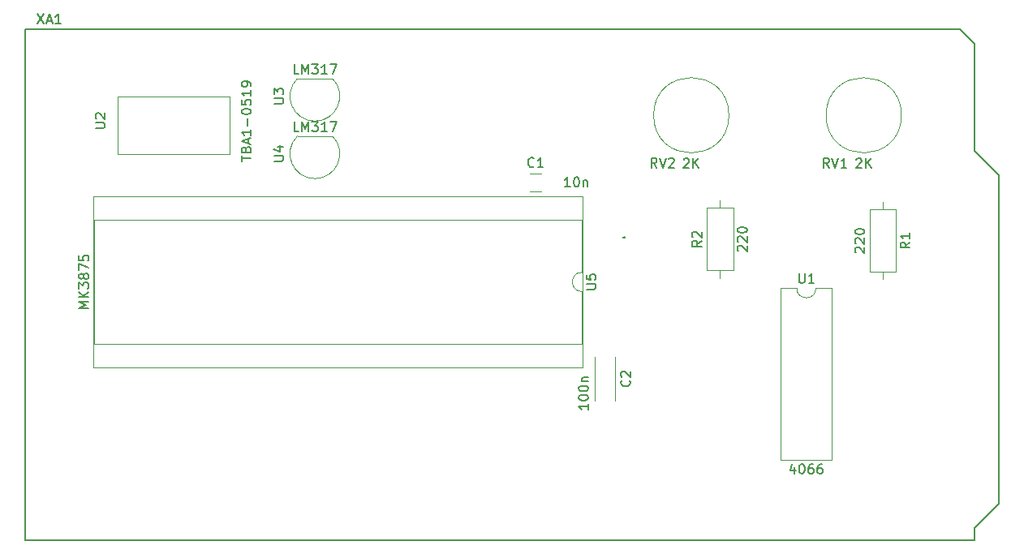
<source format=gbr>
%TF.GenerationSoftware,KiCad,Pcbnew,(6.0.8)*%
%TF.CreationDate,2022-10-05T16:47:09+02:00*%
%TF.ProjectId,MostekDumper,4d6f7374-656b-4447-956d-7065722e6b69,rev?*%
%TF.SameCoordinates,Original*%
%TF.FileFunction,Legend,Top*%
%TF.FilePolarity,Positive*%
%FSLAX46Y46*%
G04 Gerber Fmt 4.6, Leading zero omitted, Abs format (unit mm)*
G04 Created by KiCad (PCBNEW (6.0.8)) date 2022-10-05 16:47:09*
%MOMM*%
%LPD*%
G01*
G04 APERTURE LIST*
%ADD10C,0.150000*%
%ADD11C,0.120000*%
G04 APERTURE END LIST*
D10*
%TO.C,XA1*%
X91791904Y-48426380D02*
X92458571Y-49426380D01*
X92458571Y-48426380D02*
X91791904Y-49426380D01*
X92791904Y-49140666D02*
X93268095Y-49140666D01*
X92696666Y-49426380D02*
X93030000Y-48426380D01*
X93363333Y-49426380D01*
X94220476Y-49426380D02*
X93649047Y-49426380D01*
X93934761Y-49426380D02*
X93934761Y-48426380D01*
X93839523Y-48569238D01*
X93744285Y-48664476D01*
X93649047Y-48712095D01*
X152974000Y-71683142D02*
X153021619Y-71730761D01*
X152974000Y-71778380D01*
X152926380Y-71730761D01*
X152974000Y-71683142D01*
X152974000Y-71778380D01*
%TO.C,U5*%
X149042380Y-77141904D02*
X149851904Y-77141904D01*
X149947142Y-77094285D01*
X149994761Y-77046666D01*
X150042380Y-76951428D01*
X150042380Y-76760952D01*
X149994761Y-76665714D01*
X149947142Y-76618095D01*
X149851904Y-76570476D01*
X149042380Y-76570476D01*
X149042380Y-75618095D02*
X149042380Y-76094285D01*
X149518571Y-76141904D01*
X149470952Y-76094285D01*
X149423333Y-75999047D01*
X149423333Y-75760952D01*
X149470952Y-75665714D01*
X149518571Y-75618095D01*
X149613809Y-75570476D01*
X149851904Y-75570476D01*
X149947142Y-75618095D01*
X149994761Y-75665714D01*
X150042380Y-75760952D01*
X150042380Y-75999047D01*
X149994761Y-76094285D01*
X149947142Y-76141904D01*
X97122380Y-79118095D02*
X96122380Y-79118095D01*
X96836666Y-78784761D01*
X96122380Y-78451428D01*
X97122380Y-78451428D01*
X97122380Y-77975238D02*
X96122380Y-77975238D01*
X97122380Y-77403809D02*
X96550952Y-77832380D01*
X96122380Y-77403809D02*
X96693809Y-77975238D01*
X96122380Y-77070476D02*
X96122380Y-76451428D01*
X96503333Y-76784761D01*
X96503333Y-76641904D01*
X96550952Y-76546666D01*
X96598571Y-76499047D01*
X96693809Y-76451428D01*
X96931904Y-76451428D01*
X97027142Y-76499047D01*
X97074761Y-76546666D01*
X97122380Y-76641904D01*
X97122380Y-76927619D01*
X97074761Y-77022857D01*
X97027142Y-77070476D01*
X96550952Y-75880000D02*
X96503333Y-75975238D01*
X96455714Y-76022857D01*
X96360476Y-76070476D01*
X96312857Y-76070476D01*
X96217619Y-76022857D01*
X96170000Y-75975238D01*
X96122380Y-75880000D01*
X96122380Y-75689523D01*
X96170000Y-75594285D01*
X96217619Y-75546666D01*
X96312857Y-75499047D01*
X96360476Y-75499047D01*
X96455714Y-75546666D01*
X96503333Y-75594285D01*
X96550952Y-75689523D01*
X96550952Y-75880000D01*
X96598571Y-75975238D01*
X96646190Y-76022857D01*
X96741428Y-76070476D01*
X96931904Y-76070476D01*
X97027142Y-76022857D01*
X97074761Y-75975238D01*
X97122380Y-75880000D01*
X97122380Y-75689523D01*
X97074761Y-75594285D01*
X97027142Y-75546666D01*
X96931904Y-75499047D01*
X96741428Y-75499047D01*
X96646190Y-75546666D01*
X96598571Y-75594285D01*
X96550952Y-75689523D01*
X96122380Y-75165714D02*
X96122380Y-74499047D01*
X97122380Y-74927619D01*
X96122380Y-73641904D02*
X96122380Y-74118095D01*
X96598571Y-74165714D01*
X96550952Y-74118095D01*
X96503333Y-74022857D01*
X96503333Y-73784761D01*
X96550952Y-73689523D01*
X96598571Y-73641904D01*
X96693809Y-73594285D01*
X96931904Y-73594285D01*
X97027142Y-73641904D01*
X97074761Y-73689523D01*
X97122380Y-73784761D01*
X97122380Y-74022857D01*
X97074761Y-74118095D01*
X97027142Y-74165714D01*
%TO.C,U4*%
X116452380Y-63761904D02*
X117261904Y-63761904D01*
X117357142Y-63714285D01*
X117404761Y-63666666D01*
X117452380Y-63571428D01*
X117452380Y-63380952D01*
X117404761Y-63285714D01*
X117357142Y-63238095D01*
X117261904Y-63190476D01*
X116452380Y-63190476D01*
X116785714Y-62285714D02*
X117452380Y-62285714D01*
X116404761Y-62523809D02*
X117119047Y-62761904D01*
X117119047Y-62142857D01*
X119039523Y-60662380D02*
X118563333Y-60662380D01*
X118563333Y-59662380D01*
X119372857Y-60662380D02*
X119372857Y-59662380D01*
X119706190Y-60376666D01*
X120039523Y-59662380D01*
X120039523Y-60662380D01*
X120420476Y-59662380D02*
X121039523Y-59662380D01*
X120706190Y-60043333D01*
X120849047Y-60043333D01*
X120944285Y-60090952D01*
X120991904Y-60138571D01*
X121039523Y-60233809D01*
X121039523Y-60471904D01*
X120991904Y-60567142D01*
X120944285Y-60614761D01*
X120849047Y-60662380D01*
X120563333Y-60662380D01*
X120468095Y-60614761D01*
X120420476Y-60567142D01*
X121991904Y-60662380D02*
X121420476Y-60662380D01*
X121706190Y-60662380D02*
X121706190Y-59662380D01*
X121610952Y-59805238D01*
X121515714Y-59900476D01*
X121420476Y-59948095D01*
X122325238Y-59662380D02*
X122991904Y-59662380D01*
X122563333Y-60662380D01*
%TO.C,U3*%
X116452380Y-57761904D02*
X117261904Y-57761904D01*
X117357142Y-57714285D01*
X117404761Y-57666666D01*
X117452380Y-57571428D01*
X117452380Y-57380952D01*
X117404761Y-57285714D01*
X117357142Y-57238095D01*
X117261904Y-57190476D01*
X116452380Y-57190476D01*
X116452380Y-56809523D02*
X116452380Y-56190476D01*
X116833333Y-56523809D01*
X116833333Y-56380952D01*
X116880952Y-56285714D01*
X116928571Y-56238095D01*
X117023809Y-56190476D01*
X117261904Y-56190476D01*
X117357142Y-56238095D01*
X117404761Y-56285714D01*
X117452380Y-56380952D01*
X117452380Y-56666666D01*
X117404761Y-56761904D01*
X117357142Y-56809523D01*
X119039523Y-54662380D02*
X118563333Y-54662380D01*
X118563333Y-53662380D01*
X119372857Y-54662380D02*
X119372857Y-53662380D01*
X119706190Y-54376666D01*
X120039523Y-53662380D01*
X120039523Y-54662380D01*
X120420476Y-53662380D02*
X121039523Y-53662380D01*
X120706190Y-54043333D01*
X120849047Y-54043333D01*
X120944285Y-54090952D01*
X120991904Y-54138571D01*
X121039523Y-54233809D01*
X121039523Y-54471904D01*
X120991904Y-54567142D01*
X120944285Y-54614761D01*
X120849047Y-54662380D01*
X120563333Y-54662380D01*
X120468095Y-54614761D01*
X120420476Y-54567142D01*
X121991904Y-54662380D02*
X121420476Y-54662380D01*
X121706190Y-54662380D02*
X121706190Y-53662380D01*
X121610952Y-53805238D01*
X121515714Y-53900476D01*
X121420476Y-53948095D01*
X122325238Y-53662380D02*
X122991904Y-53662380D01*
X122563333Y-54662380D01*
%TO.C,U2*%
X97832380Y-60321904D02*
X98641904Y-60321904D01*
X98737142Y-60274285D01*
X98784761Y-60226666D01*
X98832380Y-60131428D01*
X98832380Y-59940952D01*
X98784761Y-59845714D01*
X98737142Y-59798095D01*
X98641904Y-59750476D01*
X97832380Y-59750476D01*
X97927619Y-59321904D02*
X97880000Y-59274285D01*
X97832380Y-59179047D01*
X97832380Y-58940952D01*
X97880000Y-58845714D01*
X97927619Y-58798095D01*
X98022857Y-58750476D01*
X98118095Y-58750476D01*
X98260952Y-58798095D01*
X98832380Y-59369523D01*
X98832380Y-58750476D01*
X113072380Y-63774285D02*
X113072380Y-63202857D01*
X114072380Y-63488571D02*
X113072380Y-63488571D01*
X113548571Y-62536190D02*
X113596190Y-62393333D01*
X113643809Y-62345714D01*
X113739047Y-62298095D01*
X113881904Y-62298095D01*
X113977142Y-62345714D01*
X114024761Y-62393333D01*
X114072380Y-62488571D01*
X114072380Y-62869523D01*
X113072380Y-62869523D01*
X113072380Y-62536190D01*
X113120000Y-62440952D01*
X113167619Y-62393333D01*
X113262857Y-62345714D01*
X113358095Y-62345714D01*
X113453333Y-62393333D01*
X113500952Y-62440952D01*
X113548571Y-62536190D01*
X113548571Y-62869523D01*
X113786666Y-61917142D02*
X113786666Y-61440952D01*
X114072380Y-62012380D02*
X113072380Y-61679047D01*
X114072380Y-61345714D01*
X114072380Y-60488571D02*
X114072380Y-61060000D01*
X114072380Y-60774285D02*
X113072380Y-60774285D01*
X113215238Y-60869523D01*
X113310476Y-60964761D01*
X113358095Y-61060000D01*
X113691428Y-60060000D02*
X113691428Y-59298095D01*
X113072380Y-58631428D02*
X113072380Y-58536190D01*
X113120000Y-58440952D01*
X113167619Y-58393333D01*
X113262857Y-58345714D01*
X113453333Y-58298095D01*
X113691428Y-58298095D01*
X113881904Y-58345714D01*
X113977142Y-58393333D01*
X114024761Y-58440952D01*
X114072380Y-58536190D01*
X114072380Y-58631428D01*
X114024761Y-58726666D01*
X113977142Y-58774285D01*
X113881904Y-58821904D01*
X113691428Y-58869523D01*
X113453333Y-58869523D01*
X113262857Y-58821904D01*
X113167619Y-58774285D01*
X113120000Y-58726666D01*
X113072380Y-58631428D01*
X113072380Y-57393333D02*
X113072380Y-57869523D01*
X113548571Y-57917142D01*
X113500952Y-57869523D01*
X113453333Y-57774285D01*
X113453333Y-57536190D01*
X113500952Y-57440952D01*
X113548571Y-57393333D01*
X113643809Y-57345714D01*
X113881904Y-57345714D01*
X113977142Y-57393333D01*
X114024761Y-57440952D01*
X114072380Y-57536190D01*
X114072380Y-57774285D01*
X114024761Y-57869523D01*
X113977142Y-57917142D01*
X114072380Y-56393333D02*
X114072380Y-56964761D01*
X114072380Y-56679047D02*
X113072380Y-56679047D01*
X113215238Y-56774285D01*
X113310476Y-56869523D01*
X113358095Y-56964761D01*
X114072380Y-55917142D02*
X114072380Y-55726666D01*
X114024761Y-55631428D01*
X113977142Y-55583809D01*
X113834285Y-55488571D01*
X113643809Y-55440952D01*
X113262857Y-55440952D01*
X113167619Y-55488571D01*
X113120000Y-55536190D01*
X113072380Y-55631428D01*
X113072380Y-55821904D01*
X113120000Y-55917142D01*
X113167619Y-55964761D01*
X113262857Y-56012380D01*
X113500952Y-56012380D01*
X113596190Y-55964761D01*
X113643809Y-55917142D01*
X113691428Y-55821904D01*
X113691428Y-55631428D01*
X113643809Y-55536190D01*
X113596190Y-55488571D01*
X113500952Y-55440952D01*
%TO.C,U1*%
X171248095Y-75497380D02*
X171248095Y-76306904D01*
X171295714Y-76402142D01*
X171343333Y-76449761D01*
X171438571Y-76497380D01*
X171629047Y-76497380D01*
X171724285Y-76449761D01*
X171771904Y-76402142D01*
X171819523Y-76306904D01*
X171819523Y-75497380D01*
X172819523Y-76497380D02*
X172248095Y-76497380D01*
X172533809Y-76497380D02*
X172533809Y-75497380D01*
X172438571Y-75640238D01*
X172343333Y-75735476D01*
X172248095Y-75783095D01*
X170771904Y-95730714D02*
X170771904Y-96397380D01*
X170533809Y-95349761D02*
X170295714Y-96064047D01*
X170914761Y-96064047D01*
X171486190Y-95397380D02*
X171581428Y-95397380D01*
X171676666Y-95445000D01*
X171724285Y-95492619D01*
X171771904Y-95587857D01*
X171819523Y-95778333D01*
X171819523Y-96016428D01*
X171771904Y-96206904D01*
X171724285Y-96302142D01*
X171676666Y-96349761D01*
X171581428Y-96397380D01*
X171486190Y-96397380D01*
X171390952Y-96349761D01*
X171343333Y-96302142D01*
X171295714Y-96206904D01*
X171248095Y-96016428D01*
X171248095Y-95778333D01*
X171295714Y-95587857D01*
X171343333Y-95492619D01*
X171390952Y-95445000D01*
X171486190Y-95397380D01*
X172676666Y-95397380D02*
X172486190Y-95397380D01*
X172390952Y-95445000D01*
X172343333Y-95492619D01*
X172248095Y-95635476D01*
X172200476Y-95825952D01*
X172200476Y-96206904D01*
X172248095Y-96302142D01*
X172295714Y-96349761D01*
X172390952Y-96397380D01*
X172581428Y-96397380D01*
X172676666Y-96349761D01*
X172724285Y-96302142D01*
X172771904Y-96206904D01*
X172771904Y-95968809D01*
X172724285Y-95873571D01*
X172676666Y-95825952D01*
X172581428Y-95778333D01*
X172390952Y-95778333D01*
X172295714Y-95825952D01*
X172248095Y-95873571D01*
X172200476Y-95968809D01*
X173629047Y-95397380D02*
X173438571Y-95397380D01*
X173343333Y-95445000D01*
X173295714Y-95492619D01*
X173200476Y-95635476D01*
X173152857Y-95825952D01*
X173152857Y-96206904D01*
X173200476Y-96302142D01*
X173248095Y-96349761D01*
X173343333Y-96397380D01*
X173533809Y-96397380D01*
X173629047Y-96349761D01*
X173676666Y-96302142D01*
X173724285Y-96206904D01*
X173724285Y-95968809D01*
X173676666Y-95873571D01*
X173629047Y-95825952D01*
X173533809Y-95778333D01*
X173343333Y-95778333D01*
X173248095Y-95825952D01*
X173200476Y-95873571D01*
X173152857Y-95968809D01*
%TO.C,RV2*%
X156404761Y-64452380D02*
X156071428Y-63976190D01*
X155833333Y-64452380D02*
X155833333Y-63452380D01*
X156214285Y-63452380D01*
X156309523Y-63500000D01*
X156357142Y-63547619D01*
X156404761Y-63642857D01*
X156404761Y-63785714D01*
X156357142Y-63880952D01*
X156309523Y-63928571D01*
X156214285Y-63976190D01*
X155833333Y-63976190D01*
X156690476Y-63452380D02*
X157023809Y-64452380D01*
X157357142Y-63452380D01*
X157642857Y-63547619D02*
X157690476Y-63500000D01*
X157785714Y-63452380D01*
X158023809Y-63452380D01*
X158119047Y-63500000D01*
X158166666Y-63547619D01*
X158214285Y-63642857D01*
X158214285Y-63738095D01*
X158166666Y-63880952D01*
X157595238Y-64452380D01*
X158214285Y-64452380D01*
X159214285Y-63592619D02*
X159261904Y-63545000D01*
X159357142Y-63497380D01*
X159595238Y-63497380D01*
X159690476Y-63545000D01*
X159738095Y-63592619D01*
X159785714Y-63687857D01*
X159785714Y-63783095D01*
X159738095Y-63925952D01*
X159166666Y-64497380D01*
X159785714Y-64497380D01*
X160214285Y-64497380D02*
X160214285Y-63497380D01*
X160785714Y-64497380D02*
X160357142Y-63925952D01*
X160785714Y-63497380D02*
X160214285Y-64068809D01*
%TO.C,RV1*%
X174404761Y-64452380D02*
X174071428Y-63976190D01*
X173833333Y-64452380D02*
X173833333Y-63452380D01*
X174214285Y-63452380D01*
X174309523Y-63500000D01*
X174357142Y-63547619D01*
X174404761Y-63642857D01*
X174404761Y-63785714D01*
X174357142Y-63880952D01*
X174309523Y-63928571D01*
X174214285Y-63976190D01*
X173833333Y-63976190D01*
X174690476Y-63452380D02*
X175023809Y-64452380D01*
X175357142Y-63452380D01*
X176214285Y-64452380D02*
X175642857Y-64452380D01*
X175928571Y-64452380D02*
X175928571Y-63452380D01*
X175833333Y-63595238D01*
X175738095Y-63690476D01*
X175642857Y-63738095D01*
X177214285Y-63592619D02*
X177261904Y-63545000D01*
X177357142Y-63497380D01*
X177595238Y-63497380D01*
X177690476Y-63545000D01*
X177738095Y-63592619D01*
X177785714Y-63687857D01*
X177785714Y-63783095D01*
X177738095Y-63925952D01*
X177166666Y-64497380D01*
X177785714Y-64497380D01*
X178214285Y-64497380D02*
X178214285Y-63497380D01*
X178785714Y-64497380D02*
X178357142Y-63925952D01*
X178785714Y-63497380D02*
X178214285Y-64068809D01*
%TO.C,R2*%
X161082380Y-72086666D02*
X160606190Y-72420000D01*
X161082380Y-72658095D02*
X160082380Y-72658095D01*
X160082380Y-72277142D01*
X160130000Y-72181904D01*
X160177619Y-72134285D01*
X160272857Y-72086666D01*
X160415714Y-72086666D01*
X160510952Y-72134285D01*
X160558571Y-72181904D01*
X160606190Y-72277142D01*
X160606190Y-72658095D01*
X160177619Y-71705714D02*
X160130000Y-71658095D01*
X160082380Y-71562857D01*
X160082380Y-71324761D01*
X160130000Y-71229523D01*
X160177619Y-71181904D01*
X160272857Y-71134285D01*
X160368095Y-71134285D01*
X160510952Y-71181904D01*
X161082380Y-71753333D01*
X161082380Y-71134285D01*
X164917619Y-73158095D02*
X164870000Y-73110476D01*
X164822380Y-73015238D01*
X164822380Y-72777142D01*
X164870000Y-72681904D01*
X164917619Y-72634285D01*
X165012857Y-72586666D01*
X165108095Y-72586666D01*
X165250952Y-72634285D01*
X165822380Y-73205714D01*
X165822380Y-72586666D01*
X164917619Y-72205714D02*
X164870000Y-72158095D01*
X164822380Y-72062857D01*
X164822380Y-71824761D01*
X164870000Y-71729523D01*
X164917619Y-71681904D01*
X165012857Y-71634285D01*
X165108095Y-71634285D01*
X165250952Y-71681904D01*
X165822380Y-72253333D01*
X165822380Y-71634285D01*
X164822380Y-71015238D02*
X164822380Y-70920000D01*
X164870000Y-70824761D01*
X164917619Y-70777142D01*
X165012857Y-70729523D01*
X165203333Y-70681904D01*
X165441428Y-70681904D01*
X165631904Y-70729523D01*
X165727142Y-70777142D01*
X165774761Y-70824761D01*
X165822380Y-70920000D01*
X165822380Y-71015238D01*
X165774761Y-71110476D01*
X165727142Y-71158095D01*
X165631904Y-71205714D01*
X165441428Y-71253333D01*
X165203333Y-71253333D01*
X165012857Y-71205714D01*
X164917619Y-71158095D01*
X164870000Y-71110476D01*
X164822380Y-71015238D01*
%TO.C,R1*%
X182822380Y-72246666D02*
X182346190Y-72580000D01*
X182822380Y-72818095D02*
X181822380Y-72818095D01*
X181822380Y-72437142D01*
X181870000Y-72341904D01*
X181917619Y-72294285D01*
X182012857Y-72246666D01*
X182155714Y-72246666D01*
X182250952Y-72294285D01*
X182298571Y-72341904D01*
X182346190Y-72437142D01*
X182346190Y-72818095D01*
X182822380Y-71294285D02*
X182822380Y-71865714D01*
X182822380Y-71580000D02*
X181822380Y-71580000D01*
X181965238Y-71675238D01*
X182060476Y-71770476D01*
X182108095Y-71865714D01*
X177177619Y-73318095D02*
X177130000Y-73270476D01*
X177082380Y-73175238D01*
X177082380Y-72937142D01*
X177130000Y-72841904D01*
X177177619Y-72794285D01*
X177272857Y-72746666D01*
X177368095Y-72746666D01*
X177510952Y-72794285D01*
X178082380Y-73365714D01*
X178082380Y-72746666D01*
X177177619Y-72365714D02*
X177130000Y-72318095D01*
X177082380Y-72222857D01*
X177082380Y-71984761D01*
X177130000Y-71889523D01*
X177177619Y-71841904D01*
X177272857Y-71794285D01*
X177368095Y-71794285D01*
X177510952Y-71841904D01*
X178082380Y-72413333D01*
X178082380Y-71794285D01*
X177082380Y-71175238D02*
X177082380Y-71080000D01*
X177130000Y-70984761D01*
X177177619Y-70937142D01*
X177272857Y-70889523D01*
X177463333Y-70841904D01*
X177701428Y-70841904D01*
X177891904Y-70889523D01*
X177987142Y-70937142D01*
X178034761Y-70984761D01*
X178082380Y-71080000D01*
X178082380Y-71175238D01*
X178034761Y-71270476D01*
X177987142Y-71318095D01*
X177891904Y-71365714D01*
X177701428Y-71413333D01*
X177463333Y-71413333D01*
X177272857Y-71365714D01*
X177177619Y-71318095D01*
X177130000Y-71270476D01*
X177082380Y-71175238D01*
%TO.C,C2*%
X153557142Y-86666666D02*
X153604761Y-86714285D01*
X153652380Y-86857142D01*
X153652380Y-86952380D01*
X153604761Y-87095238D01*
X153509523Y-87190476D01*
X153414285Y-87238095D01*
X153223809Y-87285714D01*
X153080952Y-87285714D01*
X152890476Y-87238095D01*
X152795238Y-87190476D01*
X152700000Y-87095238D01*
X152652380Y-86952380D01*
X152652380Y-86857142D01*
X152700000Y-86714285D01*
X152747619Y-86666666D01*
X152747619Y-86285714D02*
X152700000Y-86238095D01*
X152652380Y-86142857D01*
X152652380Y-85904761D01*
X152700000Y-85809523D01*
X152747619Y-85761904D01*
X152842857Y-85714285D01*
X152938095Y-85714285D01*
X153080952Y-85761904D01*
X153652380Y-86333333D01*
X153652380Y-85714285D01*
X149252380Y-89119047D02*
X149252380Y-89690476D01*
X149252380Y-89404761D02*
X148252380Y-89404761D01*
X148395238Y-89500000D01*
X148490476Y-89595238D01*
X148538095Y-89690476D01*
X148252380Y-88500000D02*
X148252380Y-88404761D01*
X148300000Y-88309523D01*
X148347619Y-88261904D01*
X148442857Y-88214285D01*
X148633333Y-88166666D01*
X148871428Y-88166666D01*
X149061904Y-88214285D01*
X149157142Y-88261904D01*
X149204761Y-88309523D01*
X149252380Y-88404761D01*
X149252380Y-88500000D01*
X149204761Y-88595238D01*
X149157142Y-88642857D01*
X149061904Y-88690476D01*
X148871428Y-88738095D01*
X148633333Y-88738095D01*
X148442857Y-88690476D01*
X148347619Y-88642857D01*
X148300000Y-88595238D01*
X148252380Y-88500000D01*
X148252380Y-87547619D02*
X148252380Y-87452380D01*
X148300000Y-87357142D01*
X148347619Y-87309523D01*
X148442857Y-87261904D01*
X148633333Y-87214285D01*
X148871428Y-87214285D01*
X149061904Y-87261904D01*
X149157142Y-87309523D01*
X149204761Y-87357142D01*
X149252380Y-87452380D01*
X149252380Y-87547619D01*
X149204761Y-87642857D01*
X149157142Y-87690476D01*
X149061904Y-87738095D01*
X148871428Y-87785714D01*
X148633333Y-87785714D01*
X148442857Y-87738095D01*
X148347619Y-87690476D01*
X148300000Y-87642857D01*
X148252380Y-87547619D01*
X148585714Y-86785714D02*
X149252380Y-86785714D01*
X148680952Y-86785714D02*
X148633333Y-86738095D01*
X148585714Y-86642857D01*
X148585714Y-86500000D01*
X148633333Y-86404761D01*
X148728571Y-86357142D01*
X149252380Y-86357142D01*
%TO.C,C1*%
X143583333Y-64307142D02*
X143535714Y-64354761D01*
X143392857Y-64402380D01*
X143297619Y-64402380D01*
X143154761Y-64354761D01*
X143059523Y-64259523D01*
X143011904Y-64164285D01*
X142964285Y-63973809D01*
X142964285Y-63830952D01*
X143011904Y-63640476D01*
X143059523Y-63545238D01*
X143154761Y-63450000D01*
X143297619Y-63402380D01*
X143392857Y-63402380D01*
X143535714Y-63450000D01*
X143583333Y-63497619D01*
X144535714Y-64402380D02*
X143964285Y-64402380D01*
X144250000Y-64402380D02*
X144250000Y-63402380D01*
X144154761Y-63545238D01*
X144059523Y-63640476D01*
X143964285Y-63688095D01*
X147357142Y-66452380D02*
X146785714Y-66452380D01*
X147071428Y-66452380D02*
X147071428Y-65452380D01*
X146976190Y-65595238D01*
X146880952Y-65690476D01*
X146785714Y-65738095D01*
X147976190Y-65452380D02*
X148071428Y-65452380D01*
X148166666Y-65500000D01*
X148214285Y-65547619D01*
X148261904Y-65642857D01*
X148309523Y-65833333D01*
X148309523Y-66071428D01*
X148261904Y-66261904D01*
X148214285Y-66357142D01*
X148166666Y-66404761D01*
X148071428Y-66452380D01*
X147976190Y-66452380D01*
X147880952Y-66404761D01*
X147833333Y-66357142D01*
X147785714Y-66261904D01*
X147738095Y-66071428D01*
X147738095Y-65833333D01*
X147785714Y-65642857D01*
X147833333Y-65547619D01*
X147880952Y-65500000D01*
X147976190Y-65452380D01*
X148738095Y-65785714D02*
X148738095Y-66452380D01*
X148738095Y-65880952D02*
X148785714Y-65833333D01*
X148880952Y-65785714D01*
X149023809Y-65785714D01*
X149119047Y-65833333D01*
X149166666Y-65928571D01*
X149166666Y-66452380D01*
%TO.C,XA1*%
X90490000Y-49990000D02*
X90490000Y-103330000D01*
X189550000Y-62690000D02*
X189550000Y-51514000D01*
X192090000Y-65230000D02*
X189550000Y-62690000D01*
X192090000Y-99520000D02*
X192090000Y-65230000D01*
X189550000Y-102060000D02*
X192090000Y-99520000D01*
X189550000Y-103330000D02*
X189550000Y-102060000D01*
X188026000Y-49990000D02*
X189550000Y-51514000D01*
X90490000Y-103330000D02*
X189550000Y-103330000D01*
X90490000Y-49990000D02*
X188026000Y-49990000D01*
D11*
%TO.C,U5*%
X148590000Y-82840000D02*
X148590000Y-77380000D01*
X148650000Y-67430000D02*
X97610000Y-67430000D01*
X148590000Y-69920000D02*
X97670000Y-69920000D01*
X97610000Y-85330000D02*
X148650000Y-85330000D01*
X97670000Y-82840000D02*
X148590000Y-82840000D01*
X97670000Y-69920000D02*
X97670000Y-82840000D01*
X97610000Y-67430000D02*
X97610000Y-85330000D01*
X148650000Y-85330000D02*
X148650000Y-67430000D01*
X148590000Y-75380000D02*
X148590000Y-69920000D01*
X148590000Y-75380000D02*
G75*
G03*
X148590000Y-77380000I0J-1000000D01*
G01*
%TO.C,U4*%
X122530000Y-61150000D02*
X118930000Y-61150000D01*
X118891522Y-61161522D02*
G75*
G03*
X120730000Y-65600000I1838478J-1838478D01*
G01*
X120730000Y-65600001D02*
G75*
G03*
X122568478Y-61161522I0J2600001D01*
G01*
%TO.C,U3*%
X122530000Y-55150000D02*
X118930000Y-55150000D01*
X118891522Y-55161522D02*
G75*
G03*
X120730000Y-59600000I1838478J-1838478D01*
G01*
X120730000Y-59600001D02*
G75*
G03*
X122568478Y-55161522I0J2600001D01*
G01*
%TO.C,U2*%
X111840000Y-63000000D02*
X111840000Y-57000000D01*
X100160000Y-57000000D02*
X111840000Y-57000000D01*
X100160000Y-63000000D02*
X100160000Y-57000000D01*
X100160000Y-63000000D02*
X111840000Y-63000000D01*
%TO.C,U1*%
X169360000Y-77045000D02*
X169360000Y-94945000D01*
X174660000Y-77045000D02*
X173010000Y-77045000D01*
X169360000Y-94945000D02*
X174660000Y-94945000D01*
X174660000Y-94945000D02*
X174660000Y-77045000D01*
X171010000Y-77045000D02*
X169360000Y-77045000D01*
X171010000Y-77045000D02*
G75*
G03*
X173010000Y-77045000I1000000J0D01*
G01*
%TO.C,RV2*%
X163930000Y-58985000D02*
G75*
G03*
X163930000Y-58985000I-3930000J0D01*
G01*
%TO.C,RV1*%
X181930000Y-58985000D02*
G75*
G03*
X181930000Y-58985000I-3930000J0D01*
G01*
%TO.C,R2*%
X161630000Y-68650000D02*
X161630000Y-75190000D01*
X164370000Y-75190000D02*
X164370000Y-68650000D01*
X164370000Y-68650000D02*
X161630000Y-68650000D01*
X161630000Y-75190000D02*
X164370000Y-75190000D01*
X163000000Y-75960000D02*
X163000000Y-75190000D01*
X163000000Y-67880000D02*
X163000000Y-68650000D01*
%TO.C,R1*%
X180000000Y-76120000D02*
X180000000Y-75350000D01*
X180000000Y-68040000D02*
X180000000Y-68810000D01*
X181370000Y-68810000D02*
X178630000Y-68810000D01*
X178630000Y-75350000D02*
X181370000Y-75350000D01*
X178630000Y-68810000D02*
X178630000Y-75350000D01*
X181370000Y-75350000D02*
X181370000Y-68810000D01*
%TO.C,C2*%
X149945000Y-84230000D02*
X149930000Y-84230000D01*
X152070000Y-88770000D02*
X152055000Y-88770000D01*
X152070000Y-84230000D02*
X152055000Y-84230000D01*
X149945000Y-88770000D02*
X149930000Y-88770000D01*
X152070000Y-84230000D02*
X152070000Y-88770000D01*
X149930000Y-84230000D02*
X149930000Y-88770000D01*
%TO.C,C1*%
X143121000Y-66920000D02*
X144379000Y-66920000D01*
X143121000Y-65080000D02*
X144379000Y-65080000D01*
%TD*%
M02*

</source>
